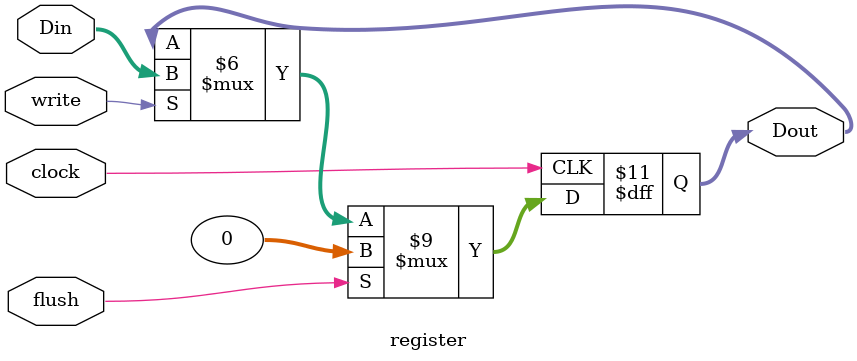
<source format=v>
`timescale 1ns / 1ps

// determine whether there is a data hazard of lw
module hazarddetection(reset, rs_id, rt_id, rt_ex, rd_ex, regWrite_ex, IDEXmemread, PCwrite, IFIDwrite, hazard, PCwrite2, beq_id, PCwrite3);
input [4:0] rs_id, rt_id, rt_ex, rd_ex;
input IDEXmemread, reset, regWrite_ex, beq_id;
output PCwrite, IFIDwrite, hazard, PCwrite2, PCwrite3;
wire pc1, if1, ha1,pc2, pc3;
// pc2 used for beq data hazard, one previous R-type 
// pc2 for beq data hazard, with lw

assign pc1 = ((IDEXmemread == 1) && ((rs_id == rt_ex) || (rt_id == rt_ex))) ? 0 : 1;
assign if1 = PCwrite;
assign ha1 = ~PCwrite;

assign pc2 = (beq_id && (regWrite_ex == 1) && ( ((rs_id == rd_ex) || (rt_id == rd_ex)) || ((rs_id == rt_ex) || (rt_id == rt_ex)))) ? 0 : 1;
assign pc3 = ( beq_id && ((IDEXmemread == 1) && ((rs_id == rt_ex) || (rt_id == rt_ex))) ) ? 0 : 1;
assign {PCwrite, IFIDwrite, hazard, PCwrite2, PCwrite3} = (reset == 1) ? 5'b11011 : {pc1, if1, ha1, pc2, pc3};
endmodule

// determine whether contents in rs and rt are the same 
module comparator(reset, I1, I2, res);
input [31:0] I1, I2;
input reset;
output res;
wire ress;
assign ress = (I1 == I2) ? 1 : 0;
assign res = reset ? 0 : ress;
endmodule

module control(inst, equal, IFflush, regdst, jump, branch, memread, memtoreg, aluop, memwrite, alusrc, regwrite);
input [5:0] inst;
input equal; // output of module comparator
output IFflush; 
output regdst, jump, branch, memread, memtoreg, memwrite, alusrc, regwrite; 
output [1:0] aluop;
reg regdst, jump, branch, memread, memtoreg, memwrite, alusrc; 
reg [1:0] aluop;
initial begin
branch = 0;
jump = 0;
memread = 0;
memtoreg = 0;
memwrite = 0;
alusrc = 0;
end
always @ (inst)begin
// r-type
if (inst == 0) begin regdst = 1; jump = 0; branch = 0; memread = 0; memtoreg = 0; memwrite = 0; alusrc = 0; aluop = 2; end
// addi
else if (inst == 8) begin regdst = 0; jump = 0; branch = 0; memread = 0; memtoreg = 0; memwrite = 0; alusrc = 1; aluop = 0;end
// lw
else if (inst == 35) begin regdst = 0; jump = 0; branch = 0; memread = 1; memtoreg = 1; memwrite = 0; alusrc = 1; aluop = 0; end
// sw
else if (inst == 43) begin regdst = 0; jump = 0; branch = 0; memread = 0; memtoreg = 1; memwrite = 1; alusrc = 1; aluop = 0; end
// andi
else if (inst == 12) begin regdst = 0; jump = 0; branch = 0; memread = 0; memtoreg = 0; memwrite = 0; alusrc = 1; aluop = 3; end
// beq
else if (inst == 4) begin regdst = 0; jump = 0; branch = 1; memread = 0; memtoreg = 0; memwrite = 0; alusrc = 0; aluop = 1; end
// jump
else if (inst == 2) begin regdst = 0; jump = 1; branch = 0; memread = 0; memtoreg = 0; memwrite = 0; alusrc = 0; aluop = 1; end
end
assign regwrite = (inst == 0) || (inst == 8) || (inst == 35) || (inst == 12) ? 1 : 0;
assign IFflush = ((branch == 1) && (equal == 1)) || (jump == 1) ? 1 : 0;
endmodule

// IF/ID: Din={PC+4, mips} 64
// ID/EX: Din={rs, rt, rd, (rs), (rt), signEXT, memread, memtoreg, aluop, memwrite, alusrc, regwrite} 118
// EX/MEM: Din={forwardB, aluresult, dst, memread, memtoreg, memwrite, regwrite} 69 
// MEM/WB: Din={readdata, aluresult, dst, memtoreg, regwrite} 67
module register(write, flush, clock, Din, Dout);
parameter N = 32;
input write, flush, clock;
input [N-1:0] Din;
output [N-1:0] Dout;
reg [N-1:0] Dout;
initial begin
Dout <= 0;
end

always @ (posedge clock)begin
if (flush == 1) Dout <= 0;
else if (write == 0) Dout <= Dout;
else Dout <= Din;
end
endmodule
</source>
